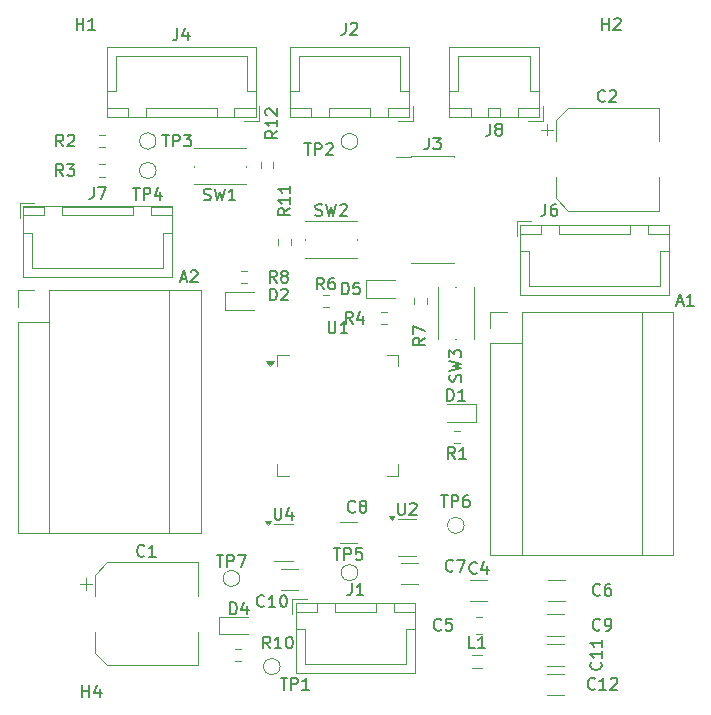
<source format=gbr>
%TF.GenerationSoftware,KiCad,Pcbnew,9.0.1*%
%TF.CreationDate,2025-05-19T14:00:56+02:00*%
%TF.ProjectId,1A_S6_Projet,31415f53-365f-4507-926f-6a65742e6b69,rev?*%
%TF.SameCoordinates,Original*%
%TF.FileFunction,Legend,Top*%
%TF.FilePolarity,Positive*%
%FSLAX46Y46*%
G04 Gerber Fmt 4.6, Leading zero omitted, Abs format (unit mm)*
G04 Created by KiCad (PCBNEW 9.0.1) date 2025-05-19 14:00:56*
%MOMM*%
%LPD*%
G01*
G04 APERTURE LIST*
%ADD10C,0.150000*%
%ADD11C,0.120000*%
G04 APERTURE END LIST*
D10*
X161850833Y-105549580D02*
X161803214Y-105597200D01*
X161803214Y-105597200D02*
X161660357Y-105644819D01*
X161660357Y-105644819D02*
X161565119Y-105644819D01*
X161565119Y-105644819D02*
X161422262Y-105597200D01*
X161422262Y-105597200D02*
X161327024Y-105501961D01*
X161327024Y-105501961D02*
X161279405Y-105406723D01*
X161279405Y-105406723D02*
X161231786Y-105216247D01*
X161231786Y-105216247D02*
X161231786Y-105073390D01*
X161231786Y-105073390D02*
X161279405Y-104882914D01*
X161279405Y-104882914D02*
X161327024Y-104787676D01*
X161327024Y-104787676D02*
X161422262Y-104692438D01*
X161422262Y-104692438D02*
X161565119Y-104644819D01*
X161565119Y-104644819D02*
X161660357Y-104644819D01*
X161660357Y-104644819D02*
X161803214Y-104692438D01*
X161803214Y-104692438D02*
X161850833Y-104740057D01*
X162707976Y-104978152D02*
X162707976Y-105644819D01*
X162469881Y-104597200D02*
X162231786Y-105311485D01*
X162231786Y-105311485D02*
X162850833Y-105311485D01*
X157796666Y-68709819D02*
X157796666Y-69424104D01*
X157796666Y-69424104D02*
X157749047Y-69566961D01*
X157749047Y-69566961D02*
X157653809Y-69662200D01*
X157653809Y-69662200D02*
X157510952Y-69709819D01*
X157510952Y-69709819D02*
X157415714Y-69709819D01*
X158177619Y-68709819D02*
X158796666Y-68709819D01*
X158796666Y-68709819D02*
X158463333Y-69090771D01*
X158463333Y-69090771D02*
X158606190Y-69090771D01*
X158606190Y-69090771D02*
X158701428Y-69138390D01*
X158701428Y-69138390D02*
X158749047Y-69186009D01*
X158749047Y-69186009D02*
X158796666Y-69281247D01*
X158796666Y-69281247D02*
X158796666Y-69519342D01*
X158796666Y-69519342D02*
X158749047Y-69614580D01*
X158749047Y-69614580D02*
X158701428Y-69662200D01*
X158701428Y-69662200D02*
X158606190Y-69709819D01*
X158606190Y-69709819D02*
X158320476Y-69709819D01*
X158320476Y-69709819D02*
X158225238Y-69662200D01*
X158225238Y-69662200D02*
X158177619Y-69614580D01*
X147238095Y-69194819D02*
X147809523Y-69194819D01*
X147523809Y-70194819D02*
X147523809Y-69194819D01*
X148142857Y-70194819D02*
X148142857Y-69194819D01*
X148142857Y-69194819D02*
X148523809Y-69194819D01*
X148523809Y-69194819D02*
X148619047Y-69242438D01*
X148619047Y-69242438D02*
X148666666Y-69290057D01*
X148666666Y-69290057D02*
X148714285Y-69385295D01*
X148714285Y-69385295D02*
X148714285Y-69528152D01*
X148714285Y-69528152D02*
X148666666Y-69623390D01*
X148666666Y-69623390D02*
X148619047Y-69671009D01*
X148619047Y-69671009D02*
X148523809Y-69718628D01*
X148523809Y-69718628D02*
X148142857Y-69718628D01*
X149095238Y-69290057D02*
X149142857Y-69242438D01*
X149142857Y-69242438D02*
X149238095Y-69194819D01*
X149238095Y-69194819D02*
X149476190Y-69194819D01*
X149476190Y-69194819D02*
X149571428Y-69242438D01*
X149571428Y-69242438D02*
X149619047Y-69290057D01*
X149619047Y-69290057D02*
X149666666Y-69385295D01*
X149666666Y-69385295D02*
X149666666Y-69480533D01*
X149666666Y-69480533D02*
X149619047Y-69623390D01*
X149619047Y-69623390D02*
X149047619Y-70194819D01*
X149047619Y-70194819D02*
X149666666Y-70194819D01*
X171857142Y-115359580D02*
X171809523Y-115407200D01*
X171809523Y-115407200D02*
X171666666Y-115454819D01*
X171666666Y-115454819D02*
X171571428Y-115454819D01*
X171571428Y-115454819D02*
X171428571Y-115407200D01*
X171428571Y-115407200D02*
X171333333Y-115311961D01*
X171333333Y-115311961D02*
X171285714Y-115216723D01*
X171285714Y-115216723D02*
X171238095Y-115026247D01*
X171238095Y-115026247D02*
X171238095Y-114883390D01*
X171238095Y-114883390D02*
X171285714Y-114692914D01*
X171285714Y-114692914D02*
X171333333Y-114597676D01*
X171333333Y-114597676D02*
X171428571Y-114502438D01*
X171428571Y-114502438D02*
X171571428Y-114454819D01*
X171571428Y-114454819D02*
X171666666Y-114454819D01*
X171666666Y-114454819D02*
X171809523Y-114502438D01*
X171809523Y-114502438D02*
X171857142Y-114550057D01*
X172809523Y-115454819D02*
X172238095Y-115454819D01*
X172523809Y-115454819D02*
X172523809Y-114454819D01*
X172523809Y-114454819D02*
X172428571Y-114597676D01*
X172428571Y-114597676D02*
X172333333Y-114692914D01*
X172333333Y-114692914D02*
X172238095Y-114740533D01*
X173190476Y-114550057D02*
X173238095Y-114502438D01*
X173238095Y-114502438D02*
X173333333Y-114454819D01*
X173333333Y-114454819D02*
X173571428Y-114454819D01*
X173571428Y-114454819D02*
X173666666Y-114502438D01*
X173666666Y-114502438D02*
X173714285Y-114550057D01*
X173714285Y-114550057D02*
X173761904Y-114645295D01*
X173761904Y-114645295D02*
X173761904Y-114740533D01*
X173761904Y-114740533D02*
X173714285Y-114883390D01*
X173714285Y-114883390D02*
X173142857Y-115454819D01*
X173142857Y-115454819D02*
X173761904Y-115454819D01*
X155180595Y-99644819D02*
X155180595Y-100454342D01*
X155180595Y-100454342D02*
X155228214Y-100549580D01*
X155228214Y-100549580D02*
X155275833Y-100597200D01*
X155275833Y-100597200D02*
X155371071Y-100644819D01*
X155371071Y-100644819D02*
X155561547Y-100644819D01*
X155561547Y-100644819D02*
X155656785Y-100597200D01*
X155656785Y-100597200D02*
X155704404Y-100549580D01*
X155704404Y-100549580D02*
X155752023Y-100454342D01*
X155752023Y-100454342D02*
X155752023Y-99644819D01*
X156180595Y-99740057D02*
X156228214Y-99692438D01*
X156228214Y-99692438D02*
X156323452Y-99644819D01*
X156323452Y-99644819D02*
X156561547Y-99644819D01*
X156561547Y-99644819D02*
X156656785Y-99692438D01*
X156656785Y-99692438D02*
X156704404Y-99740057D01*
X156704404Y-99740057D02*
X156752023Y-99835295D01*
X156752023Y-99835295D02*
X156752023Y-99930533D01*
X156752023Y-99930533D02*
X156704404Y-100073390D01*
X156704404Y-100073390D02*
X156132976Y-100644819D01*
X156132976Y-100644819D02*
X156752023Y-100644819D01*
X148913333Y-81564819D02*
X148580000Y-81088628D01*
X148341905Y-81564819D02*
X148341905Y-80564819D01*
X148341905Y-80564819D02*
X148722857Y-80564819D01*
X148722857Y-80564819D02*
X148818095Y-80612438D01*
X148818095Y-80612438D02*
X148865714Y-80660057D01*
X148865714Y-80660057D02*
X148913333Y-80755295D01*
X148913333Y-80755295D02*
X148913333Y-80898152D01*
X148913333Y-80898152D02*
X148865714Y-80993390D01*
X148865714Y-80993390D02*
X148818095Y-81041009D01*
X148818095Y-81041009D02*
X148722857Y-81088628D01*
X148722857Y-81088628D02*
X148341905Y-81088628D01*
X149770476Y-80564819D02*
X149580000Y-80564819D01*
X149580000Y-80564819D02*
X149484762Y-80612438D01*
X149484762Y-80612438D02*
X149437143Y-80660057D01*
X149437143Y-80660057D02*
X149341905Y-80802914D01*
X149341905Y-80802914D02*
X149294286Y-80993390D01*
X149294286Y-80993390D02*
X149294286Y-81374342D01*
X149294286Y-81374342D02*
X149341905Y-81469580D01*
X149341905Y-81469580D02*
X149389524Y-81517200D01*
X149389524Y-81517200D02*
X149484762Y-81564819D01*
X149484762Y-81564819D02*
X149675238Y-81564819D01*
X149675238Y-81564819D02*
X149770476Y-81517200D01*
X149770476Y-81517200D02*
X149818095Y-81469580D01*
X149818095Y-81469580D02*
X149865714Y-81374342D01*
X149865714Y-81374342D02*
X149865714Y-81136247D01*
X149865714Y-81136247D02*
X149818095Y-81041009D01*
X149818095Y-81041009D02*
X149770476Y-80993390D01*
X149770476Y-80993390D02*
X149675238Y-80945771D01*
X149675238Y-80945771D02*
X149484762Y-80945771D01*
X149484762Y-80945771D02*
X149389524Y-80993390D01*
X149389524Y-80993390D02*
X149341905Y-81041009D01*
X149341905Y-81041009D02*
X149294286Y-81136247D01*
X138746667Y-73984700D02*
X138889524Y-74032319D01*
X138889524Y-74032319D02*
X139127619Y-74032319D01*
X139127619Y-74032319D02*
X139222857Y-73984700D01*
X139222857Y-73984700D02*
X139270476Y-73937080D01*
X139270476Y-73937080D02*
X139318095Y-73841842D01*
X139318095Y-73841842D02*
X139318095Y-73746604D01*
X139318095Y-73746604D02*
X139270476Y-73651366D01*
X139270476Y-73651366D02*
X139222857Y-73603747D01*
X139222857Y-73603747D02*
X139127619Y-73556128D01*
X139127619Y-73556128D02*
X138937143Y-73508509D01*
X138937143Y-73508509D02*
X138841905Y-73460890D01*
X138841905Y-73460890D02*
X138794286Y-73413271D01*
X138794286Y-73413271D02*
X138746667Y-73318033D01*
X138746667Y-73318033D02*
X138746667Y-73222795D01*
X138746667Y-73222795D02*
X138794286Y-73127557D01*
X138794286Y-73127557D02*
X138841905Y-73079938D01*
X138841905Y-73079938D02*
X138937143Y-73032319D01*
X138937143Y-73032319D02*
X139175238Y-73032319D01*
X139175238Y-73032319D02*
X139318095Y-73079938D01*
X139651429Y-73032319D02*
X139889524Y-74032319D01*
X139889524Y-74032319D02*
X140080000Y-73318033D01*
X140080000Y-73318033D02*
X140270476Y-74032319D01*
X140270476Y-74032319D02*
X140508572Y-73032319D01*
X141413333Y-74032319D02*
X140841905Y-74032319D01*
X141127619Y-74032319D02*
X141127619Y-73032319D01*
X141127619Y-73032319D02*
X141032381Y-73175176D01*
X141032381Y-73175176D02*
X140937143Y-73270414D01*
X140937143Y-73270414D02*
X140841905Y-73318033D01*
X144357142Y-111954819D02*
X144023809Y-111478628D01*
X143785714Y-111954819D02*
X143785714Y-110954819D01*
X143785714Y-110954819D02*
X144166666Y-110954819D01*
X144166666Y-110954819D02*
X144261904Y-111002438D01*
X144261904Y-111002438D02*
X144309523Y-111050057D01*
X144309523Y-111050057D02*
X144357142Y-111145295D01*
X144357142Y-111145295D02*
X144357142Y-111288152D01*
X144357142Y-111288152D02*
X144309523Y-111383390D01*
X144309523Y-111383390D02*
X144261904Y-111431009D01*
X144261904Y-111431009D02*
X144166666Y-111478628D01*
X144166666Y-111478628D02*
X143785714Y-111478628D01*
X145309523Y-111954819D02*
X144738095Y-111954819D01*
X145023809Y-111954819D02*
X145023809Y-110954819D01*
X145023809Y-110954819D02*
X144928571Y-111097676D01*
X144928571Y-111097676D02*
X144833333Y-111192914D01*
X144833333Y-111192914D02*
X144738095Y-111240533D01*
X145928571Y-110954819D02*
X146023809Y-110954819D01*
X146023809Y-110954819D02*
X146119047Y-111002438D01*
X146119047Y-111002438D02*
X146166666Y-111050057D01*
X146166666Y-111050057D02*
X146214285Y-111145295D01*
X146214285Y-111145295D02*
X146261904Y-111335771D01*
X146261904Y-111335771D02*
X146261904Y-111573866D01*
X146261904Y-111573866D02*
X146214285Y-111764342D01*
X146214285Y-111764342D02*
X146166666Y-111859580D01*
X146166666Y-111859580D02*
X146119047Y-111907200D01*
X146119047Y-111907200D02*
X146023809Y-111954819D01*
X146023809Y-111954819D02*
X145928571Y-111954819D01*
X145928571Y-111954819D02*
X145833333Y-111907200D01*
X145833333Y-111907200D02*
X145785714Y-111859580D01*
X145785714Y-111859580D02*
X145738095Y-111764342D01*
X145738095Y-111764342D02*
X145690476Y-111573866D01*
X145690476Y-111573866D02*
X145690476Y-111335771D01*
X145690476Y-111335771D02*
X145738095Y-111145295D01*
X145738095Y-111145295D02*
X145785714Y-111050057D01*
X145785714Y-111050057D02*
X145833333Y-111002438D01*
X145833333Y-111002438D02*
X145928571Y-110954819D01*
X149738095Y-103454819D02*
X150309523Y-103454819D01*
X150023809Y-104454819D02*
X150023809Y-103454819D01*
X150642857Y-104454819D02*
X150642857Y-103454819D01*
X150642857Y-103454819D02*
X151023809Y-103454819D01*
X151023809Y-103454819D02*
X151119047Y-103502438D01*
X151119047Y-103502438D02*
X151166666Y-103550057D01*
X151166666Y-103550057D02*
X151214285Y-103645295D01*
X151214285Y-103645295D02*
X151214285Y-103788152D01*
X151214285Y-103788152D02*
X151166666Y-103883390D01*
X151166666Y-103883390D02*
X151119047Y-103931009D01*
X151119047Y-103931009D02*
X151023809Y-103978628D01*
X151023809Y-103978628D02*
X150642857Y-103978628D01*
X152119047Y-103454819D02*
X151642857Y-103454819D01*
X151642857Y-103454819D02*
X151595238Y-103931009D01*
X151595238Y-103931009D02*
X151642857Y-103883390D01*
X151642857Y-103883390D02*
X151738095Y-103835771D01*
X151738095Y-103835771D02*
X151976190Y-103835771D01*
X151976190Y-103835771D02*
X152071428Y-103883390D01*
X152071428Y-103883390D02*
X152119047Y-103931009D01*
X152119047Y-103931009D02*
X152166666Y-104026247D01*
X152166666Y-104026247D02*
X152166666Y-104264342D01*
X152166666Y-104264342D02*
X152119047Y-104359580D01*
X152119047Y-104359580D02*
X152071428Y-104407200D01*
X152071428Y-104407200D02*
X151976190Y-104454819D01*
X151976190Y-104454819D02*
X151738095Y-104454819D01*
X151738095Y-104454819D02*
X151642857Y-104407200D01*
X151642857Y-104407200D02*
X151595238Y-104359580D01*
X132738095Y-72954819D02*
X133309523Y-72954819D01*
X133023809Y-73954819D02*
X133023809Y-72954819D01*
X133642857Y-73954819D02*
X133642857Y-72954819D01*
X133642857Y-72954819D02*
X134023809Y-72954819D01*
X134023809Y-72954819D02*
X134119047Y-73002438D01*
X134119047Y-73002438D02*
X134166666Y-73050057D01*
X134166666Y-73050057D02*
X134214285Y-73145295D01*
X134214285Y-73145295D02*
X134214285Y-73288152D01*
X134214285Y-73288152D02*
X134166666Y-73383390D01*
X134166666Y-73383390D02*
X134119047Y-73431009D01*
X134119047Y-73431009D02*
X134023809Y-73478628D01*
X134023809Y-73478628D02*
X133642857Y-73478628D01*
X135071428Y-73288152D02*
X135071428Y-73954819D01*
X134833333Y-72907200D02*
X134595238Y-73621485D01*
X134595238Y-73621485D02*
X135214285Y-73621485D01*
X158818095Y-98994819D02*
X159389523Y-98994819D01*
X159103809Y-99994819D02*
X159103809Y-98994819D01*
X159722857Y-99994819D02*
X159722857Y-98994819D01*
X159722857Y-98994819D02*
X160103809Y-98994819D01*
X160103809Y-98994819D02*
X160199047Y-99042438D01*
X160199047Y-99042438D02*
X160246666Y-99090057D01*
X160246666Y-99090057D02*
X160294285Y-99185295D01*
X160294285Y-99185295D02*
X160294285Y-99328152D01*
X160294285Y-99328152D02*
X160246666Y-99423390D01*
X160246666Y-99423390D02*
X160199047Y-99471009D01*
X160199047Y-99471009D02*
X160103809Y-99518628D01*
X160103809Y-99518628D02*
X159722857Y-99518628D01*
X161151428Y-98994819D02*
X160960952Y-98994819D01*
X160960952Y-98994819D02*
X160865714Y-99042438D01*
X160865714Y-99042438D02*
X160818095Y-99090057D01*
X160818095Y-99090057D02*
X160722857Y-99232914D01*
X160722857Y-99232914D02*
X160675238Y-99423390D01*
X160675238Y-99423390D02*
X160675238Y-99804342D01*
X160675238Y-99804342D02*
X160722857Y-99899580D01*
X160722857Y-99899580D02*
X160770476Y-99947200D01*
X160770476Y-99947200D02*
X160865714Y-99994819D01*
X160865714Y-99994819D02*
X161056190Y-99994819D01*
X161056190Y-99994819D02*
X161151428Y-99947200D01*
X161151428Y-99947200D02*
X161199047Y-99899580D01*
X161199047Y-99899580D02*
X161246666Y-99804342D01*
X161246666Y-99804342D02*
X161246666Y-99566247D01*
X161246666Y-99566247D02*
X161199047Y-99471009D01*
X161199047Y-99471009D02*
X161151428Y-99423390D01*
X161151428Y-99423390D02*
X161056190Y-99375771D01*
X161056190Y-99375771D02*
X160865714Y-99375771D01*
X160865714Y-99375771D02*
X160770476Y-99423390D01*
X160770476Y-99423390D02*
X160722857Y-99471009D01*
X160722857Y-99471009D02*
X160675238Y-99566247D01*
X146034819Y-74695357D02*
X145558628Y-75028690D01*
X146034819Y-75266785D02*
X145034819Y-75266785D01*
X145034819Y-75266785D02*
X145034819Y-74885833D01*
X145034819Y-74885833D02*
X145082438Y-74790595D01*
X145082438Y-74790595D02*
X145130057Y-74742976D01*
X145130057Y-74742976D02*
X145225295Y-74695357D01*
X145225295Y-74695357D02*
X145368152Y-74695357D01*
X145368152Y-74695357D02*
X145463390Y-74742976D01*
X145463390Y-74742976D02*
X145511009Y-74790595D01*
X145511009Y-74790595D02*
X145558628Y-74885833D01*
X145558628Y-74885833D02*
X145558628Y-75266785D01*
X146034819Y-73742976D02*
X146034819Y-74314404D01*
X146034819Y-74028690D02*
X145034819Y-74028690D01*
X145034819Y-74028690D02*
X145177676Y-74123928D01*
X145177676Y-74123928D02*
X145272914Y-74219166D01*
X145272914Y-74219166D02*
X145320533Y-74314404D01*
X146034819Y-72790595D02*
X146034819Y-73362023D01*
X146034819Y-73076309D02*
X145034819Y-73076309D01*
X145034819Y-73076309D02*
X145177676Y-73171547D01*
X145177676Y-73171547D02*
X145272914Y-73266785D01*
X145272914Y-73266785D02*
X145320533Y-73362023D01*
X148196667Y-75297200D02*
X148339524Y-75344819D01*
X148339524Y-75344819D02*
X148577619Y-75344819D01*
X148577619Y-75344819D02*
X148672857Y-75297200D01*
X148672857Y-75297200D02*
X148720476Y-75249580D01*
X148720476Y-75249580D02*
X148768095Y-75154342D01*
X148768095Y-75154342D02*
X148768095Y-75059104D01*
X148768095Y-75059104D02*
X148720476Y-74963866D01*
X148720476Y-74963866D02*
X148672857Y-74916247D01*
X148672857Y-74916247D02*
X148577619Y-74868628D01*
X148577619Y-74868628D02*
X148387143Y-74821009D01*
X148387143Y-74821009D02*
X148291905Y-74773390D01*
X148291905Y-74773390D02*
X148244286Y-74725771D01*
X148244286Y-74725771D02*
X148196667Y-74630533D01*
X148196667Y-74630533D02*
X148196667Y-74535295D01*
X148196667Y-74535295D02*
X148244286Y-74440057D01*
X148244286Y-74440057D02*
X148291905Y-74392438D01*
X148291905Y-74392438D02*
X148387143Y-74344819D01*
X148387143Y-74344819D02*
X148625238Y-74344819D01*
X148625238Y-74344819D02*
X148768095Y-74392438D01*
X149101429Y-74344819D02*
X149339524Y-75344819D01*
X149339524Y-75344819D02*
X149530000Y-74630533D01*
X149530000Y-74630533D02*
X149720476Y-75344819D01*
X149720476Y-75344819D02*
X149958572Y-74344819D01*
X150291905Y-74440057D02*
X150339524Y-74392438D01*
X150339524Y-74392438D02*
X150434762Y-74344819D01*
X150434762Y-74344819D02*
X150672857Y-74344819D01*
X150672857Y-74344819D02*
X150768095Y-74392438D01*
X150768095Y-74392438D02*
X150815714Y-74440057D01*
X150815714Y-74440057D02*
X150863333Y-74535295D01*
X150863333Y-74535295D02*
X150863333Y-74630533D01*
X150863333Y-74630533D02*
X150815714Y-74773390D01*
X150815714Y-74773390D02*
X150244286Y-75344819D01*
X150244286Y-75344819D02*
X150863333Y-75344819D01*
X136496666Y-59454819D02*
X136496666Y-60169104D01*
X136496666Y-60169104D02*
X136449047Y-60311961D01*
X136449047Y-60311961D02*
X136353809Y-60407200D01*
X136353809Y-60407200D02*
X136210952Y-60454819D01*
X136210952Y-60454819D02*
X136115714Y-60454819D01*
X137401428Y-59788152D02*
X137401428Y-60454819D01*
X137163333Y-59407200D02*
X136925238Y-60121485D01*
X136925238Y-60121485D02*
X137544285Y-60121485D01*
X143857142Y-108359580D02*
X143809523Y-108407200D01*
X143809523Y-108407200D02*
X143666666Y-108454819D01*
X143666666Y-108454819D02*
X143571428Y-108454819D01*
X143571428Y-108454819D02*
X143428571Y-108407200D01*
X143428571Y-108407200D02*
X143333333Y-108311961D01*
X143333333Y-108311961D02*
X143285714Y-108216723D01*
X143285714Y-108216723D02*
X143238095Y-108026247D01*
X143238095Y-108026247D02*
X143238095Y-107883390D01*
X143238095Y-107883390D02*
X143285714Y-107692914D01*
X143285714Y-107692914D02*
X143333333Y-107597676D01*
X143333333Y-107597676D02*
X143428571Y-107502438D01*
X143428571Y-107502438D02*
X143571428Y-107454819D01*
X143571428Y-107454819D02*
X143666666Y-107454819D01*
X143666666Y-107454819D02*
X143809523Y-107502438D01*
X143809523Y-107502438D02*
X143857142Y-107550057D01*
X144809523Y-108454819D02*
X144238095Y-108454819D01*
X144523809Y-108454819D02*
X144523809Y-107454819D01*
X144523809Y-107454819D02*
X144428571Y-107597676D01*
X144428571Y-107597676D02*
X144333333Y-107692914D01*
X144333333Y-107692914D02*
X144238095Y-107740533D01*
X145428571Y-107454819D02*
X145523809Y-107454819D01*
X145523809Y-107454819D02*
X145619047Y-107502438D01*
X145619047Y-107502438D02*
X145666666Y-107550057D01*
X145666666Y-107550057D02*
X145714285Y-107645295D01*
X145714285Y-107645295D02*
X145761904Y-107835771D01*
X145761904Y-107835771D02*
X145761904Y-108073866D01*
X145761904Y-108073866D02*
X145714285Y-108264342D01*
X145714285Y-108264342D02*
X145666666Y-108359580D01*
X145666666Y-108359580D02*
X145619047Y-108407200D01*
X145619047Y-108407200D02*
X145523809Y-108454819D01*
X145523809Y-108454819D02*
X145428571Y-108454819D01*
X145428571Y-108454819D02*
X145333333Y-108407200D01*
X145333333Y-108407200D02*
X145285714Y-108359580D01*
X145285714Y-108359580D02*
X145238095Y-108264342D01*
X145238095Y-108264342D02*
X145190476Y-108073866D01*
X145190476Y-108073866D02*
X145190476Y-107835771D01*
X145190476Y-107835771D02*
X145238095Y-107645295D01*
X145238095Y-107645295D02*
X145285714Y-107550057D01*
X145285714Y-107550057D02*
X145333333Y-107502438D01*
X145333333Y-107502438D02*
X145428571Y-107454819D01*
X145238095Y-114454819D02*
X145809523Y-114454819D01*
X145523809Y-115454819D02*
X145523809Y-114454819D01*
X146142857Y-115454819D02*
X146142857Y-114454819D01*
X146142857Y-114454819D02*
X146523809Y-114454819D01*
X146523809Y-114454819D02*
X146619047Y-114502438D01*
X146619047Y-114502438D02*
X146666666Y-114550057D01*
X146666666Y-114550057D02*
X146714285Y-114645295D01*
X146714285Y-114645295D02*
X146714285Y-114788152D01*
X146714285Y-114788152D02*
X146666666Y-114883390D01*
X146666666Y-114883390D02*
X146619047Y-114931009D01*
X146619047Y-114931009D02*
X146523809Y-114978628D01*
X146523809Y-114978628D02*
X146142857Y-114978628D01*
X147666666Y-115454819D02*
X147095238Y-115454819D01*
X147380952Y-115454819D02*
X147380952Y-114454819D01*
X147380952Y-114454819D02*
X147285714Y-114597676D01*
X147285714Y-114597676D02*
X147190476Y-114692914D01*
X147190476Y-114692914D02*
X147095238Y-114740533D01*
X126833333Y-69454819D02*
X126500000Y-68978628D01*
X126261905Y-69454819D02*
X126261905Y-68454819D01*
X126261905Y-68454819D02*
X126642857Y-68454819D01*
X126642857Y-68454819D02*
X126738095Y-68502438D01*
X126738095Y-68502438D02*
X126785714Y-68550057D01*
X126785714Y-68550057D02*
X126833333Y-68645295D01*
X126833333Y-68645295D02*
X126833333Y-68788152D01*
X126833333Y-68788152D02*
X126785714Y-68883390D01*
X126785714Y-68883390D02*
X126738095Y-68931009D01*
X126738095Y-68931009D02*
X126642857Y-68978628D01*
X126642857Y-68978628D02*
X126261905Y-68978628D01*
X127214286Y-68550057D02*
X127261905Y-68502438D01*
X127261905Y-68502438D02*
X127357143Y-68454819D01*
X127357143Y-68454819D02*
X127595238Y-68454819D01*
X127595238Y-68454819D02*
X127690476Y-68502438D01*
X127690476Y-68502438D02*
X127738095Y-68550057D01*
X127738095Y-68550057D02*
X127785714Y-68645295D01*
X127785714Y-68645295D02*
X127785714Y-68740533D01*
X127785714Y-68740533D02*
X127738095Y-68883390D01*
X127738095Y-68883390D02*
X127166667Y-69454819D01*
X127166667Y-69454819D02*
X127785714Y-69454819D01*
X150441905Y-81994819D02*
X150441905Y-80994819D01*
X150441905Y-80994819D02*
X150680000Y-80994819D01*
X150680000Y-80994819D02*
X150822857Y-81042438D01*
X150822857Y-81042438D02*
X150918095Y-81137676D01*
X150918095Y-81137676D02*
X150965714Y-81232914D01*
X150965714Y-81232914D02*
X151013333Y-81423390D01*
X151013333Y-81423390D02*
X151013333Y-81566247D01*
X151013333Y-81566247D02*
X150965714Y-81756723D01*
X150965714Y-81756723D02*
X150918095Y-81851961D01*
X150918095Y-81851961D02*
X150822857Y-81947200D01*
X150822857Y-81947200D02*
X150680000Y-81994819D01*
X150680000Y-81994819D02*
X150441905Y-81994819D01*
X151918095Y-80994819D02*
X151441905Y-80994819D01*
X151441905Y-80994819D02*
X151394286Y-81471009D01*
X151394286Y-81471009D02*
X151441905Y-81423390D01*
X151441905Y-81423390D02*
X151537143Y-81375771D01*
X151537143Y-81375771D02*
X151775238Y-81375771D01*
X151775238Y-81375771D02*
X151870476Y-81423390D01*
X151870476Y-81423390D02*
X151918095Y-81471009D01*
X151918095Y-81471009D02*
X151965714Y-81566247D01*
X151965714Y-81566247D02*
X151965714Y-81804342D01*
X151965714Y-81804342D02*
X151918095Y-81899580D01*
X151918095Y-81899580D02*
X151870476Y-81947200D01*
X151870476Y-81947200D02*
X151775238Y-81994819D01*
X151775238Y-81994819D02*
X151537143Y-81994819D01*
X151537143Y-81994819D02*
X151441905Y-81947200D01*
X151441905Y-81947200D02*
X151394286Y-81899580D01*
X133713333Y-104099580D02*
X133665714Y-104147200D01*
X133665714Y-104147200D02*
X133522857Y-104194819D01*
X133522857Y-104194819D02*
X133427619Y-104194819D01*
X133427619Y-104194819D02*
X133284762Y-104147200D01*
X133284762Y-104147200D02*
X133189524Y-104051961D01*
X133189524Y-104051961D02*
X133141905Y-103956723D01*
X133141905Y-103956723D02*
X133094286Y-103766247D01*
X133094286Y-103766247D02*
X133094286Y-103623390D01*
X133094286Y-103623390D02*
X133141905Y-103432914D01*
X133141905Y-103432914D02*
X133189524Y-103337676D01*
X133189524Y-103337676D02*
X133284762Y-103242438D01*
X133284762Y-103242438D02*
X133427619Y-103194819D01*
X133427619Y-103194819D02*
X133522857Y-103194819D01*
X133522857Y-103194819D02*
X133665714Y-103242438D01*
X133665714Y-103242438D02*
X133713333Y-103290057D01*
X134665714Y-104194819D02*
X134094286Y-104194819D01*
X134380000Y-104194819D02*
X134380000Y-103194819D01*
X134380000Y-103194819D02*
X134284762Y-103337676D01*
X134284762Y-103337676D02*
X134189524Y-103432914D01*
X134189524Y-103432914D02*
X134094286Y-103480533D01*
X158833333Y-110359580D02*
X158785714Y-110407200D01*
X158785714Y-110407200D02*
X158642857Y-110454819D01*
X158642857Y-110454819D02*
X158547619Y-110454819D01*
X158547619Y-110454819D02*
X158404762Y-110407200D01*
X158404762Y-110407200D02*
X158309524Y-110311961D01*
X158309524Y-110311961D02*
X158261905Y-110216723D01*
X158261905Y-110216723D02*
X158214286Y-110026247D01*
X158214286Y-110026247D02*
X158214286Y-109883390D01*
X158214286Y-109883390D02*
X158261905Y-109692914D01*
X158261905Y-109692914D02*
X158309524Y-109597676D01*
X158309524Y-109597676D02*
X158404762Y-109502438D01*
X158404762Y-109502438D02*
X158547619Y-109454819D01*
X158547619Y-109454819D02*
X158642857Y-109454819D01*
X158642857Y-109454819D02*
X158785714Y-109502438D01*
X158785714Y-109502438D02*
X158833333Y-109550057D01*
X159738095Y-109454819D02*
X159261905Y-109454819D01*
X159261905Y-109454819D02*
X159214286Y-109931009D01*
X159214286Y-109931009D02*
X159261905Y-109883390D01*
X159261905Y-109883390D02*
X159357143Y-109835771D01*
X159357143Y-109835771D02*
X159595238Y-109835771D01*
X159595238Y-109835771D02*
X159690476Y-109883390D01*
X159690476Y-109883390D02*
X159738095Y-109931009D01*
X159738095Y-109931009D02*
X159785714Y-110026247D01*
X159785714Y-110026247D02*
X159785714Y-110264342D01*
X159785714Y-110264342D02*
X159738095Y-110359580D01*
X159738095Y-110359580D02*
X159690476Y-110407200D01*
X159690476Y-110407200D02*
X159595238Y-110454819D01*
X159595238Y-110454819D02*
X159357143Y-110454819D01*
X159357143Y-110454819D02*
X159261905Y-110407200D01*
X159261905Y-110407200D02*
X159214286Y-110359580D01*
X144913333Y-80994819D02*
X144580000Y-80518628D01*
X144341905Y-80994819D02*
X144341905Y-79994819D01*
X144341905Y-79994819D02*
X144722857Y-79994819D01*
X144722857Y-79994819D02*
X144818095Y-80042438D01*
X144818095Y-80042438D02*
X144865714Y-80090057D01*
X144865714Y-80090057D02*
X144913333Y-80185295D01*
X144913333Y-80185295D02*
X144913333Y-80328152D01*
X144913333Y-80328152D02*
X144865714Y-80423390D01*
X144865714Y-80423390D02*
X144818095Y-80471009D01*
X144818095Y-80471009D02*
X144722857Y-80518628D01*
X144722857Y-80518628D02*
X144341905Y-80518628D01*
X145484762Y-80423390D02*
X145389524Y-80375771D01*
X145389524Y-80375771D02*
X145341905Y-80328152D01*
X145341905Y-80328152D02*
X145294286Y-80232914D01*
X145294286Y-80232914D02*
X145294286Y-80185295D01*
X145294286Y-80185295D02*
X145341905Y-80090057D01*
X145341905Y-80090057D02*
X145389524Y-80042438D01*
X145389524Y-80042438D02*
X145484762Y-79994819D01*
X145484762Y-79994819D02*
X145675238Y-79994819D01*
X145675238Y-79994819D02*
X145770476Y-80042438D01*
X145770476Y-80042438D02*
X145818095Y-80090057D01*
X145818095Y-80090057D02*
X145865714Y-80185295D01*
X145865714Y-80185295D02*
X145865714Y-80232914D01*
X145865714Y-80232914D02*
X145818095Y-80328152D01*
X145818095Y-80328152D02*
X145770476Y-80375771D01*
X145770476Y-80375771D02*
X145675238Y-80423390D01*
X145675238Y-80423390D02*
X145484762Y-80423390D01*
X145484762Y-80423390D02*
X145389524Y-80471009D01*
X145389524Y-80471009D02*
X145341905Y-80518628D01*
X145341905Y-80518628D02*
X145294286Y-80613866D01*
X145294286Y-80613866D02*
X145294286Y-80804342D01*
X145294286Y-80804342D02*
X145341905Y-80899580D01*
X145341905Y-80899580D02*
X145389524Y-80947200D01*
X145389524Y-80947200D02*
X145484762Y-80994819D01*
X145484762Y-80994819D02*
X145675238Y-80994819D01*
X145675238Y-80994819D02*
X145770476Y-80947200D01*
X145770476Y-80947200D02*
X145818095Y-80899580D01*
X145818095Y-80899580D02*
X145865714Y-80804342D01*
X145865714Y-80804342D02*
X145865714Y-80613866D01*
X145865714Y-80613866D02*
X145818095Y-80518628D01*
X145818095Y-80518628D02*
X145770476Y-80471009D01*
X145770476Y-80471009D02*
X145675238Y-80423390D01*
X178785714Y-82669104D02*
X179261904Y-82669104D01*
X178690476Y-82954819D02*
X179023809Y-81954819D01*
X179023809Y-81954819D02*
X179357142Y-82954819D01*
X180214285Y-82954819D02*
X179642857Y-82954819D01*
X179928571Y-82954819D02*
X179928571Y-81954819D01*
X179928571Y-81954819D02*
X179833333Y-82097676D01*
X179833333Y-82097676D02*
X179738095Y-82192914D01*
X179738095Y-82192914D02*
X179642857Y-82240533D01*
X172465626Y-59582319D02*
X172465626Y-58582319D01*
X172465626Y-59058509D02*
X173037054Y-59058509D01*
X173037054Y-59582319D02*
X173037054Y-58582319D01*
X173465626Y-58677557D02*
X173513245Y-58629938D01*
X173513245Y-58629938D02*
X173608483Y-58582319D01*
X173608483Y-58582319D02*
X173846578Y-58582319D01*
X173846578Y-58582319D02*
X173941816Y-58629938D01*
X173941816Y-58629938D02*
X173989435Y-58677557D01*
X173989435Y-58677557D02*
X174037054Y-58772795D01*
X174037054Y-58772795D02*
X174037054Y-58868033D01*
X174037054Y-58868033D02*
X173989435Y-59010890D01*
X173989435Y-59010890D02*
X173418007Y-59582319D01*
X173418007Y-59582319D02*
X174037054Y-59582319D01*
X172359580Y-113142857D02*
X172407200Y-113190476D01*
X172407200Y-113190476D02*
X172454819Y-113333333D01*
X172454819Y-113333333D02*
X172454819Y-113428571D01*
X172454819Y-113428571D02*
X172407200Y-113571428D01*
X172407200Y-113571428D02*
X172311961Y-113666666D01*
X172311961Y-113666666D02*
X172216723Y-113714285D01*
X172216723Y-113714285D02*
X172026247Y-113761904D01*
X172026247Y-113761904D02*
X171883390Y-113761904D01*
X171883390Y-113761904D02*
X171692914Y-113714285D01*
X171692914Y-113714285D02*
X171597676Y-113666666D01*
X171597676Y-113666666D02*
X171502438Y-113571428D01*
X171502438Y-113571428D02*
X171454819Y-113428571D01*
X171454819Y-113428571D02*
X171454819Y-113333333D01*
X171454819Y-113333333D02*
X171502438Y-113190476D01*
X171502438Y-113190476D02*
X171550057Y-113142857D01*
X172454819Y-112190476D02*
X172454819Y-112761904D01*
X172454819Y-112476190D02*
X171454819Y-112476190D01*
X171454819Y-112476190D02*
X171597676Y-112571428D01*
X171597676Y-112571428D02*
X171692914Y-112666666D01*
X171692914Y-112666666D02*
X171740533Y-112761904D01*
X172454819Y-111238095D02*
X172454819Y-111809523D01*
X172454819Y-111523809D02*
X171454819Y-111523809D01*
X171454819Y-111523809D02*
X171597676Y-111619047D01*
X171597676Y-111619047D02*
X171692914Y-111714285D01*
X171692914Y-111714285D02*
X171740533Y-111809523D01*
X127965626Y-59582319D02*
X127965626Y-58582319D01*
X127965626Y-59058509D02*
X128537054Y-59058509D01*
X128537054Y-59582319D02*
X128537054Y-58582319D01*
X129537054Y-59582319D02*
X128965626Y-59582319D01*
X129251340Y-59582319D02*
X129251340Y-58582319D01*
X129251340Y-58582319D02*
X129156102Y-58725176D01*
X129156102Y-58725176D02*
X129060864Y-58820414D01*
X129060864Y-58820414D02*
X128965626Y-58868033D01*
X161700833Y-111944819D02*
X161224643Y-111944819D01*
X161224643Y-111944819D02*
X161224643Y-110944819D01*
X162557976Y-111944819D02*
X161986548Y-111944819D01*
X162272262Y-111944819D02*
X162272262Y-110944819D01*
X162272262Y-110944819D02*
X162177024Y-111087676D01*
X162177024Y-111087676D02*
X162081786Y-111182914D01*
X162081786Y-111182914D02*
X161986548Y-111230533D01*
X172288333Y-110359580D02*
X172240714Y-110407200D01*
X172240714Y-110407200D02*
X172097857Y-110454819D01*
X172097857Y-110454819D02*
X172002619Y-110454819D01*
X172002619Y-110454819D02*
X171859762Y-110407200D01*
X171859762Y-110407200D02*
X171764524Y-110311961D01*
X171764524Y-110311961D02*
X171716905Y-110216723D01*
X171716905Y-110216723D02*
X171669286Y-110026247D01*
X171669286Y-110026247D02*
X171669286Y-109883390D01*
X171669286Y-109883390D02*
X171716905Y-109692914D01*
X171716905Y-109692914D02*
X171764524Y-109597676D01*
X171764524Y-109597676D02*
X171859762Y-109502438D01*
X171859762Y-109502438D02*
X172002619Y-109454819D01*
X172002619Y-109454819D02*
X172097857Y-109454819D01*
X172097857Y-109454819D02*
X172240714Y-109502438D01*
X172240714Y-109502438D02*
X172288333Y-109550057D01*
X172764524Y-110454819D02*
X172955000Y-110454819D01*
X172955000Y-110454819D02*
X173050238Y-110407200D01*
X173050238Y-110407200D02*
X173097857Y-110359580D01*
X173097857Y-110359580D02*
X173193095Y-110216723D01*
X173193095Y-110216723D02*
X173240714Y-110026247D01*
X173240714Y-110026247D02*
X173240714Y-109645295D01*
X173240714Y-109645295D02*
X173193095Y-109550057D01*
X173193095Y-109550057D02*
X173145476Y-109502438D01*
X173145476Y-109502438D02*
X173050238Y-109454819D01*
X173050238Y-109454819D02*
X172859762Y-109454819D01*
X172859762Y-109454819D02*
X172764524Y-109502438D01*
X172764524Y-109502438D02*
X172716905Y-109550057D01*
X172716905Y-109550057D02*
X172669286Y-109645295D01*
X172669286Y-109645295D02*
X172669286Y-109883390D01*
X172669286Y-109883390D02*
X172716905Y-109978628D01*
X172716905Y-109978628D02*
X172764524Y-110026247D01*
X172764524Y-110026247D02*
X172859762Y-110073866D01*
X172859762Y-110073866D02*
X173050238Y-110073866D01*
X173050238Y-110073866D02*
X173145476Y-110026247D01*
X173145476Y-110026247D02*
X173193095Y-109978628D01*
X173193095Y-109978628D02*
X173240714Y-109883390D01*
X159833333Y-105359580D02*
X159785714Y-105407200D01*
X159785714Y-105407200D02*
X159642857Y-105454819D01*
X159642857Y-105454819D02*
X159547619Y-105454819D01*
X159547619Y-105454819D02*
X159404762Y-105407200D01*
X159404762Y-105407200D02*
X159309524Y-105311961D01*
X159309524Y-105311961D02*
X159261905Y-105216723D01*
X159261905Y-105216723D02*
X159214286Y-105026247D01*
X159214286Y-105026247D02*
X159214286Y-104883390D01*
X159214286Y-104883390D02*
X159261905Y-104692914D01*
X159261905Y-104692914D02*
X159309524Y-104597676D01*
X159309524Y-104597676D02*
X159404762Y-104502438D01*
X159404762Y-104502438D02*
X159547619Y-104454819D01*
X159547619Y-104454819D02*
X159642857Y-104454819D01*
X159642857Y-104454819D02*
X159785714Y-104502438D01*
X159785714Y-104502438D02*
X159833333Y-104550057D01*
X160166667Y-104454819D02*
X160833333Y-104454819D01*
X160833333Y-104454819D02*
X160404762Y-105454819D01*
X150746666Y-58994819D02*
X150746666Y-59709104D01*
X150746666Y-59709104D02*
X150699047Y-59851961D01*
X150699047Y-59851961D02*
X150603809Y-59947200D01*
X150603809Y-59947200D02*
X150460952Y-59994819D01*
X150460952Y-59994819D02*
X150365714Y-59994819D01*
X151175238Y-59090057D02*
X151222857Y-59042438D01*
X151222857Y-59042438D02*
X151318095Y-58994819D01*
X151318095Y-58994819D02*
X151556190Y-58994819D01*
X151556190Y-58994819D02*
X151651428Y-59042438D01*
X151651428Y-59042438D02*
X151699047Y-59090057D01*
X151699047Y-59090057D02*
X151746666Y-59185295D01*
X151746666Y-59185295D02*
X151746666Y-59280533D01*
X151746666Y-59280533D02*
X151699047Y-59423390D01*
X151699047Y-59423390D02*
X151127619Y-59994819D01*
X151127619Y-59994819D02*
X151746666Y-59994819D01*
X136785714Y-80669104D02*
X137261904Y-80669104D01*
X136690476Y-80954819D02*
X137023809Y-79954819D01*
X137023809Y-79954819D02*
X137357142Y-80954819D01*
X137642857Y-80050057D02*
X137690476Y-80002438D01*
X137690476Y-80002438D02*
X137785714Y-79954819D01*
X137785714Y-79954819D02*
X138023809Y-79954819D01*
X138023809Y-79954819D02*
X138119047Y-80002438D01*
X138119047Y-80002438D02*
X138166666Y-80050057D01*
X138166666Y-80050057D02*
X138214285Y-80145295D01*
X138214285Y-80145295D02*
X138214285Y-80240533D01*
X138214285Y-80240533D02*
X138166666Y-80383390D01*
X138166666Y-80383390D02*
X137595238Y-80954819D01*
X137595238Y-80954819D02*
X138214285Y-80954819D01*
X151333333Y-84454819D02*
X151000000Y-83978628D01*
X150761905Y-84454819D02*
X150761905Y-83454819D01*
X150761905Y-83454819D02*
X151142857Y-83454819D01*
X151142857Y-83454819D02*
X151238095Y-83502438D01*
X151238095Y-83502438D02*
X151285714Y-83550057D01*
X151285714Y-83550057D02*
X151333333Y-83645295D01*
X151333333Y-83645295D02*
X151333333Y-83788152D01*
X151333333Y-83788152D02*
X151285714Y-83883390D01*
X151285714Y-83883390D02*
X151238095Y-83931009D01*
X151238095Y-83931009D02*
X151142857Y-83978628D01*
X151142857Y-83978628D02*
X150761905Y-83978628D01*
X152190476Y-83788152D02*
X152190476Y-84454819D01*
X151952381Y-83407200D02*
X151714286Y-84121485D01*
X151714286Y-84121485D02*
X152333333Y-84121485D01*
X126833333Y-71954819D02*
X126500000Y-71478628D01*
X126261905Y-71954819D02*
X126261905Y-70954819D01*
X126261905Y-70954819D02*
X126642857Y-70954819D01*
X126642857Y-70954819D02*
X126738095Y-71002438D01*
X126738095Y-71002438D02*
X126785714Y-71050057D01*
X126785714Y-71050057D02*
X126833333Y-71145295D01*
X126833333Y-71145295D02*
X126833333Y-71288152D01*
X126833333Y-71288152D02*
X126785714Y-71383390D01*
X126785714Y-71383390D02*
X126738095Y-71431009D01*
X126738095Y-71431009D02*
X126642857Y-71478628D01*
X126642857Y-71478628D02*
X126261905Y-71478628D01*
X127166667Y-70954819D02*
X127785714Y-70954819D01*
X127785714Y-70954819D02*
X127452381Y-71335771D01*
X127452381Y-71335771D02*
X127595238Y-71335771D01*
X127595238Y-71335771D02*
X127690476Y-71383390D01*
X127690476Y-71383390D02*
X127738095Y-71431009D01*
X127738095Y-71431009D02*
X127785714Y-71526247D01*
X127785714Y-71526247D02*
X127785714Y-71764342D01*
X127785714Y-71764342D02*
X127738095Y-71859580D01*
X127738095Y-71859580D02*
X127690476Y-71907200D01*
X127690476Y-71907200D02*
X127595238Y-71954819D01*
X127595238Y-71954819D02*
X127309524Y-71954819D01*
X127309524Y-71954819D02*
X127214286Y-71907200D01*
X127214286Y-71907200D02*
X127166667Y-71859580D01*
X144954819Y-68142857D02*
X144478628Y-68476190D01*
X144954819Y-68714285D02*
X143954819Y-68714285D01*
X143954819Y-68714285D02*
X143954819Y-68333333D01*
X143954819Y-68333333D02*
X144002438Y-68238095D01*
X144002438Y-68238095D02*
X144050057Y-68190476D01*
X144050057Y-68190476D02*
X144145295Y-68142857D01*
X144145295Y-68142857D02*
X144288152Y-68142857D01*
X144288152Y-68142857D02*
X144383390Y-68190476D01*
X144383390Y-68190476D02*
X144431009Y-68238095D01*
X144431009Y-68238095D02*
X144478628Y-68333333D01*
X144478628Y-68333333D02*
X144478628Y-68714285D01*
X144954819Y-67190476D02*
X144954819Y-67761904D01*
X144954819Y-67476190D02*
X143954819Y-67476190D01*
X143954819Y-67476190D02*
X144097676Y-67571428D01*
X144097676Y-67571428D02*
X144192914Y-67666666D01*
X144192914Y-67666666D02*
X144240533Y-67761904D01*
X144050057Y-66809523D02*
X144002438Y-66761904D01*
X144002438Y-66761904D02*
X143954819Y-66666666D01*
X143954819Y-66666666D02*
X143954819Y-66428571D01*
X143954819Y-66428571D02*
X144002438Y-66333333D01*
X144002438Y-66333333D02*
X144050057Y-66285714D01*
X144050057Y-66285714D02*
X144145295Y-66238095D01*
X144145295Y-66238095D02*
X144240533Y-66238095D01*
X144240533Y-66238095D02*
X144383390Y-66285714D01*
X144383390Y-66285714D02*
X144954819Y-66857142D01*
X144954819Y-66857142D02*
X144954819Y-66238095D01*
X135238095Y-68456819D02*
X135809523Y-68456819D01*
X135523809Y-69456819D02*
X135523809Y-68456819D01*
X136142857Y-69456819D02*
X136142857Y-68456819D01*
X136142857Y-68456819D02*
X136523809Y-68456819D01*
X136523809Y-68456819D02*
X136619047Y-68504438D01*
X136619047Y-68504438D02*
X136666666Y-68552057D01*
X136666666Y-68552057D02*
X136714285Y-68647295D01*
X136714285Y-68647295D02*
X136714285Y-68790152D01*
X136714285Y-68790152D02*
X136666666Y-68885390D01*
X136666666Y-68885390D02*
X136619047Y-68933009D01*
X136619047Y-68933009D02*
X136523809Y-68980628D01*
X136523809Y-68980628D02*
X136142857Y-68980628D01*
X137047619Y-68456819D02*
X137666666Y-68456819D01*
X137666666Y-68456819D02*
X137333333Y-68837771D01*
X137333333Y-68837771D02*
X137476190Y-68837771D01*
X137476190Y-68837771D02*
X137571428Y-68885390D01*
X137571428Y-68885390D02*
X137619047Y-68933009D01*
X137619047Y-68933009D02*
X137666666Y-69028247D01*
X137666666Y-69028247D02*
X137666666Y-69266342D01*
X137666666Y-69266342D02*
X137619047Y-69361580D01*
X137619047Y-69361580D02*
X137571428Y-69409200D01*
X137571428Y-69409200D02*
X137476190Y-69456819D01*
X137476190Y-69456819D02*
X137190476Y-69456819D01*
X137190476Y-69456819D02*
X137095238Y-69409200D01*
X137095238Y-69409200D02*
X137047619Y-69361580D01*
X172288333Y-107399580D02*
X172240714Y-107447200D01*
X172240714Y-107447200D02*
X172097857Y-107494819D01*
X172097857Y-107494819D02*
X172002619Y-107494819D01*
X172002619Y-107494819D02*
X171859762Y-107447200D01*
X171859762Y-107447200D02*
X171764524Y-107351961D01*
X171764524Y-107351961D02*
X171716905Y-107256723D01*
X171716905Y-107256723D02*
X171669286Y-107066247D01*
X171669286Y-107066247D02*
X171669286Y-106923390D01*
X171669286Y-106923390D02*
X171716905Y-106732914D01*
X171716905Y-106732914D02*
X171764524Y-106637676D01*
X171764524Y-106637676D02*
X171859762Y-106542438D01*
X171859762Y-106542438D02*
X172002619Y-106494819D01*
X172002619Y-106494819D02*
X172097857Y-106494819D01*
X172097857Y-106494819D02*
X172240714Y-106542438D01*
X172240714Y-106542438D02*
X172288333Y-106590057D01*
X173145476Y-106494819D02*
X172955000Y-106494819D01*
X172955000Y-106494819D02*
X172859762Y-106542438D01*
X172859762Y-106542438D02*
X172812143Y-106590057D01*
X172812143Y-106590057D02*
X172716905Y-106732914D01*
X172716905Y-106732914D02*
X172669286Y-106923390D01*
X172669286Y-106923390D02*
X172669286Y-107304342D01*
X172669286Y-107304342D02*
X172716905Y-107399580D01*
X172716905Y-107399580D02*
X172764524Y-107447200D01*
X172764524Y-107447200D02*
X172859762Y-107494819D01*
X172859762Y-107494819D02*
X173050238Y-107494819D01*
X173050238Y-107494819D02*
X173145476Y-107447200D01*
X173145476Y-107447200D02*
X173193095Y-107399580D01*
X173193095Y-107399580D02*
X173240714Y-107304342D01*
X173240714Y-107304342D02*
X173240714Y-107066247D01*
X173240714Y-107066247D02*
X173193095Y-106971009D01*
X173193095Y-106971009D02*
X173145476Y-106923390D01*
X173145476Y-106923390D02*
X173050238Y-106875771D01*
X173050238Y-106875771D02*
X172859762Y-106875771D01*
X172859762Y-106875771D02*
X172764524Y-106923390D01*
X172764524Y-106923390D02*
X172716905Y-106971009D01*
X172716905Y-106971009D02*
X172669286Y-107066247D01*
X139818095Y-104046819D02*
X140389523Y-104046819D01*
X140103809Y-105046819D02*
X140103809Y-104046819D01*
X140722857Y-105046819D02*
X140722857Y-104046819D01*
X140722857Y-104046819D02*
X141103809Y-104046819D01*
X141103809Y-104046819D02*
X141199047Y-104094438D01*
X141199047Y-104094438D02*
X141246666Y-104142057D01*
X141246666Y-104142057D02*
X141294285Y-104237295D01*
X141294285Y-104237295D02*
X141294285Y-104380152D01*
X141294285Y-104380152D02*
X141246666Y-104475390D01*
X141246666Y-104475390D02*
X141199047Y-104523009D01*
X141199047Y-104523009D02*
X141103809Y-104570628D01*
X141103809Y-104570628D02*
X140722857Y-104570628D01*
X141627619Y-104046819D02*
X142294285Y-104046819D01*
X142294285Y-104046819D02*
X141865714Y-105046819D01*
X151562085Y-100359580D02*
X151514466Y-100407200D01*
X151514466Y-100407200D02*
X151371609Y-100454819D01*
X151371609Y-100454819D02*
X151276371Y-100454819D01*
X151276371Y-100454819D02*
X151133514Y-100407200D01*
X151133514Y-100407200D02*
X151038276Y-100311961D01*
X151038276Y-100311961D02*
X150990657Y-100216723D01*
X150990657Y-100216723D02*
X150943038Y-100026247D01*
X150943038Y-100026247D02*
X150943038Y-99883390D01*
X150943038Y-99883390D02*
X150990657Y-99692914D01*
X150990657Y-99692914D02*
X151038276Y-99597676D01*
X151038276Y-99597676D02*
X151133514Y-99502438D01*
X151133514Y-99502438D02*
X151276371Y-99454819D01*
X151276371Y-99454819D02*
X151371609Y-99454819D01*
X151371609Y-99454819D02*
X151514466Y-99502438D01*
X151514466Y-99502438D02*
X151562085Y-99550057D01*
X152133514Y-99883390D02*
X152038276Y-99835771D01*
X152038276Y-99835771D02*
X151990657Y-99788152D01*
X151990657Y-99788152D02*
X151943038Y-99692914D01*
X151943038Y-99692914D02*
X151943038Y-99645295D01*
X151943038Y-99645295D02*
X151990657Y-99550057D01*
X151990657Y-99550057D02*
X152038276Y-99502438D01*
X152038276Y-99502438D02*
X152133514Y-99454819D01*
X152133514Y-99454819D02*
X152323990Y-99454819D01*
X152323990Y-99454819D02*
X152419228Y-99502438D01*
X152419228Y-99502438D02*
X152466847Y-99550057D01*
X152466847Y-99550057D02*
X152514466Y-99645295D01*
X152514466Y-99645295D02*
X152514466Y-99692914D01*
X152514466Y-99692914D02*
X152466847Y-99788152D01*
X152466847Y-99788152D02*
X152419228Y-99835771D01*
X152419228Y-99835771D02*
X152323990Y-99883390D01*
X152323990Y-99883390D02*
X152133514Y-99883390D01*
X152133514Y-99883390D02*
X152038276Y-99931009D01*
X152038276Y-99931009D02*
X151990657Y-99978628D01*
X151990657Y-99978628D02*
X151943038Y-100073866D01*
X151943038Y-100073866D02*
X151943038Y-100264342D01*
X151943038Y-100264342D02*
X151990657Y-100359580D01*
X151990657Y-100359580D02*
X152038276Y-100407200D01*
X152038276Y-100407200D02*
X152133514Y-100454819D01*
X152133514Y-100454819D02*
X152323990Y-100454819D01*
X152323990Y-100454819D02*
X152419228Y-100407200D01*
X152419228Y-100407200D02*
X152466847Y-100359580D01*
X152466847Y-100359580D02*
X152514466Y-100264342D01*
X152514466Y-100264342D02*
X152514466Y-100073866D01*
X152514466Y-100073866D02*
X152466847Y-99978628D01*
X152466847Y-99978628D02*
X152419228Y-99931009D01*
X152419228Y-99931009D02*
X152323990Y-99883390D01*
X167666666Y-74354819D02*
X167666666Y-75069104D01*
X167666666Y-75069104D02*
X167619047Y-75211961D01*
X167619047Y-75211961D02*
X167523809Y-75307200D01*
X167523809Y-75307200D02*
X167380952Y-75354819D01*
X167380952Y-75354819D02*
X167285714Y-75354819D01*
X168571428Y-74354819D02*
X168380952Y-74354819D01*
X168380952Y-74354819D02*
X168285714Y-74402438D01*
X168285714Y-74402438D02*
X168238095Y-74450057D01*
X168238095Y-74450057D02*
X168142857Y-74592914D01*
X168142857Y-74592914D02*
X168095238Y-74783390D01*
X168095238Y-74783390D02*
X168095238Y-75164342D01*
X168095238Y-75164342D02*
X168142857Y-75259580D01*
X168142857Y-75259580D02*
X168190476Y-75307200D01*
X168190476Y-75307200D02*
X168285714Y-75354819D01*
X168285714Y-75354819D02*
X168476190Y-75354819D01*
X168476190Y-75354819D02*
X168571428Y-75307200D01*
X168571428Y-75307200D02*
X168619047Y-75259580D01*
X168619047Y-75259580D02*
X168666666Y-75164342D01*
X168666666Y-75164342D02*
X168666666Y-74926247D01*
X168666666Y-74926247D02*
X168619047Y-74831009D01*
X168619047Y-74831009D02*
X168571428Y-74783390D01*
X168571428Y-74783390D02*
X168476190Y-74735771D01*
X168476190Y-74735771D02*
X168285714Y-74735771D01*
X168285714Y-74735771D02*
X168190476Y-74783390D01*
X168190476Y-74783390D02*
X168142857Y-74831009D01*
X168142857Y-74831009D02*
X168095238Y-74926247D01*
X157454819Y-85666666D02*
X156978628Y-85999999D01*
X157454819Y-86238094D02*
X156454819Y-86238094D01*
X156454819Y-86238094D02*
X156454819Y-85857142D01*
X156454819Y-85857142D02*
X156502438Y-85761904D01*
X156502438Y-85761904D02*
X156550057Y-85714285D01*
X156550057Y-85714285D02*
X156645295Y-85666666D01*
X156645295Y-85666666D02*
X156788152Y-85666666D01*
X156788152Y-85666666D02*
X156883390Y-85714285D01*
X156883390Y-85714285D02*
X156931009Y-85761904D01*
X156931009Y-85761904D02*
X156978628Y-85857142D01*
X156978628Y-85857142D02*
X156978628Y-86238094D01*
X156454819Y-85333332D02*
X156454819Y-84666666D01*
X156454819Y-84666666D02*
X157454819Y-85095237D01*
X160000833Y-95924819D02*
X159667500Y-95448628D01*
X159429405Y-95924819D02*
X159429405Y-94924819D01*
X159429405Y-94924819D02*
X159810357Y-94924819D01*
X159810357Y-94924819D02*
X159905595Y-94972438D01*
X159905595Y-94972438D02*
X159953214Y-95020057D01*
X159953214Y-95020057D02*
X160000833Y-95115295D01*
X160000833Y-95115295D02*
X160000833Y-95258152D01*
X160000833Y-95258152D02*
X159953214Y-95353390D01*
X159953214Y-95353390D02*
X159905595Y-95401009D01*
X159905595Y-95401009D02*
X159810357Y-95448628D01*
X159810357Y-95448628D02*
X159429405Y-95448628D01*
X160953214Y-95924819D02*
X160381786Y-95924819D01*
X160667500Y-95924819D02*
X160667500Y-94924819D01*
X160667500Y-94924819D02*
X160572262Y-95067676D01*
X160572262Y-95067676D02*
X160477024Y-95162914D01*
X160477024Y-95162914D02*
X160381786Y-95210533D01*
X159341905Y-90994819D02*
X159341905Y-89994819D01*
X159341905Y-89994819D02*
X159580000Y-89994819D01*
X159580000Y-89994819D02*
X159722857Y-90042438D01*
X159722857Y-90042438D02*
X159818095Y-90137676D01*
X159818095Y-90137676D02*
X159865714Y-90232914D01*
X159865714Y-90232914D02*
X159913333Y-90423390D01*
X159913333Y-90423390D02*
X159913333Y-90566247D01*
X159913333Y-90566247D02*
X159865714Y-90756723D01*
X159865714Y-90756723D02*
X159818095Y-90851961D01*
X159818095Y-90851961D02*
X159722857Y-90947200D01*
X159722857Y-90947200D02*
X159580000Y-90994819D01*
X159580000Y-90994819D02*
X159341905Y-90994819D01*
X160865714Y-90994819D02*
X160294286Y-90994819D01*
X160580000Y-90994819D02*
X160580000Y-89994819D01*
X160580000Y-89994819D02*
X160484762Y-90137676D01*
X160484762Y-90137676D02*
X160389524Y-90232914D01*
X160389524Y-90232914D02*
X160294286Y-90280533D01*
X144341905Y-82494819D02*
X144341905Y-81494819D01*
X144341905Y-81494819D02*
X144580000Y-81494819D01*
X144580000Y-81494819D02*
X144722857Y-81542438D01*
X144722857Y-81542438D02*
X144818095Y-81637676D01*
X144818095Y-81637676D02*
X144865714Y-81732914D01*
X144865714Y-81732914D02*
X144913333Y-81923390D01*
X144913333Y-81923390D02*
X144913333Y-82066247D01*
X144913333Y-82066247D02*
X144865714Y-82256723D01*
X144865714Y-82256723D02*
X144818095Y-82351961D01*
X144818095Y-82351961D02*
X144722857Y-82447200D01*
X144722857Y-82447200D02*
X144580000Y-82494819D01*
X144580000Y-82494819D02*
X144341905Y-82494819D01*
X145294286Y-81590057D02*
X145341905Y-81542438D01*
X145341905Y-81542438D02*
X145437143Y-81494819D01*
X145437143Y-81494819D02*
X145675238Y-81494819D01*
X145675238Y-81494819D02*
X145770476Y-81542438D01*
X145770476Y-81542438D02*
X145818095Y-81590057D01*
X145818095Y-81590057D02*
X145865714Y-81685295D01*
X145865714Y-81685295D02*
X145865714Y-81780533D01*
X145865714Y-81780533D02*
X145818095Y-81923390D01*
X145818095Y-81923390D02*
X145246667Y-82494819D01*
X145246667Y-82494819D02*
X145865714Y-82494819D01*
X160487200Y-89373332D02*
X160534819Y-89230475D01*
X160534819Y-89230475D02*
X160534819Y-88992380D01*
X160534819Y-88992380D02*
X160487200Y-88897142D01*
X160487200Y-88897142D02*
X160439580Y-88849523D01*
X160439580Y-88849523D02*
X160344342Y-88801904D01*
X160344342Y-88801904D02*
X160249104Y-88801904D01*
X160249104Y-88801904D02*
X160153866Y-88849523D01*
X160153866Y-88849523D02*
X160106247Y-88897142D01*
X160106247Y-88897142D02*
X160058628Y-88992380D01*
X160058628Y-88992380D02*
X160011009Y-89182856D01*
X160011009Y-89182856D02*
X159963390Y-89278094D01*
X159963390Y-89278094D02*
X159915771Y-89325713D01*
X159915771Y-89325713D02*
X159820533Y-89373332D01*
X159820533Y-89373332D02*
X159725295Y-89373332D01*
X159725295Y-89373332D02*
X159630057Y-89325713D01*
X159630057Y-89325713D02*
X159582438Y-89278094D01*
X159582438Y-89278094D02*
X159534819Y-89182856D01*
X159534819Y-89182856D02*
X159534819Y-88944761D01*
X159534819Y-88944761D02*
X159582438Y-88801904D01*
X159534819Y-88468570D02*
X160534819Y-88230475D01*
X160534819Y-88230475D02*
X159820533Y-88039999D01*
X159820533Y-88039999D02*
X160534819Y-87849523D01*
X160534819Y-87849523D02*
X159534819Y-87611428D01*
X159534819Y-87325713D02*
X159534819Y-86706666D01*
X159534819Y-86706666D02*
X159915771Y-87039999D01*
X159915771Y-87039999D02*
X159915771Y-86897142D01*
X159915771Y-86897142D02*
X159963390Y-86801904D01*
X159963390Y-86801904D02*
X160011009Y-86754285D01*
X160011009Y-86754285D02*
X160106247Y-86706666D01*
X160106247Y-86706666D02*
X160344342Y-86706666D01*
X160344342Y-86706666D02*
X160439580Y-86754285D01*
X160439580Y-86754285D02*
X160487200Y-86801904D01*
X160487200Y-86801904D02*
X160534819Y-86897142D01*
X160534819Y-86897142D02*
X160534819Y-87182856D01*
X160534819Y-87182856D02*
X160487200Y-87278094D01*
X160487200Y-87278094D02*
X160439580Y-87325713D01*
X140966905Y-109064819D02*
X140966905Y-108064819D01*
X140966905Y-108064819D02*
X141205000Y-108064819D01*
X141205000Y-108064819D02*
X141347857Y-108112438D01*
X141347857Y-108112438D02*
X141443095Y-108207676D01*
X141443095Y-108207676D02*
X141490714Y-108302914D01*
X141490714Y-108302914D02*
X141538333Y-108493390D01*
X141538333Y-108493390D02*
X141538333Y-108636247D01*
X141538333Y-108636247D02*
X141490714Y-108826723D01*
X141490714Y-108826723D02*
X141443095Y-108921961D01*
X141443095Y-108921961D02*
X141347857Y-109017200D01*
X141347857Y-109017200D02*
X141205000Y-109064819D01*
X141205000Y-109064819D02*
X140966905Y-109064819D01*
X142395476Y-108398152D02*
X142395476Y-109064819D01*
X142157381Y-108017200D02*
X141919286Y-108731485D01*
X141919286Y-108731485D02*
X142538333Y-108731485D01*
X149318095Y-84269819D02*
X149318095Y-85079342D01*
X149318095Y-85079342D02*
X149365714Y-85174580D01*
X149365714Y-85174580D02*
X149413333Y-85222200D01*
X149413333Y-85222200D02*
X149508571Y-85269819D01*
X149508571Y-85269819D02*
X149699047Y-85269819D01*
X149699047Y-85269819D02*
X149794285Y-85222200D01*
X149794285Y-85222200D02*
X149841904Y-85174580D01*
X149841904Y-85174580D02*
X149889523Y-85079342D01*
X149889523Y-85079342D02*
X149889523Y-84269819D01*
X150889523Y-85269819D02*
X150318095Y-85269819D01*
X150603809Y-85269819D02*
X150603809Y-84269819D01*
X150603809Y-84269819D02*
X150508571Y-84412676D01*
X150508571Y-84412676D02*
X150413333Y-84507914D01*
X150413333Y-84507914D02*
X150318095Y-84555533D01*
X129416666Y-72904819D02*
X129416666Y-73619104D01*
X129416666Y-73619104D02*
X129369047Y-73761961D01*
X129369047Y-73761961D02*
X129273809Y-73857200D01*
X129273809Y-73857200D02*
X129130952Y-73904819D01*
X129130952Y-73904819D02*
X129035714Y-73904819D01*
X129797619Y-72904819D02*
X130464285Y-72904819D01*
X130464285Y-72904819D02*
X130035714Y-73904819D01*
X144738095Y-100054819D02*
X144738095Y-100864342D01*
X144738095Y-100864342D02*
X144785714Y-100959580D01*
X144785714Y-100959580D02*
X144833333Y-101007200D01*
X144833333Y-101007200D02*
X144928571Y-101054819D01*
X144928571Y-101054819D02*
X145119047Y-101054819D01*
X145119047Y-101054819D02*
X145214285Y-101007200D01*
X145214285Y-101007200D02*
X145261904Y-100959580D01*
X145261904Y-100959580D02*
X145309523Y-100864342D01*
X145309523Y-100864342D02*
X145309523Y-100054819D01*
X146214285Y-100388152D02*
X146214285Y-101054819D01*
X145976190Y-100007200D02*
X145738095Y-100721485D01*
X145738095Y-100721485D02*
X146357142Y-100721485D01*
X151246666Y-106444819D02*
X151246666Y-107159104D01*
X151246666Y-107159104D02*
X151199047Y-107301961D01*
X151199047Y-107301961D02*
X151103809Y-107397200D01*
X151103809Y-107397200D02*
X150960952Y-107444819D01*
X150960952Y-107444819D02*
X150865714Y-107444819D01*
X152246666Y-107444819D02*
X151675238Y-107444819D01*
X151960952Y-107444819D02*
X151960952Y-106444819D01*
X151960952Y-106444819D02*
X151865714Y-106587676D01*
X151865714Y-106587676D02*
X151770476Y-106682914D01*
X151770476Y-106682914D02*
X151675238Y-106730533D01*
X162996666Y-67544819D02*
X162996666Y-68259104D01*
X162996666Y-68259104D02*
X162949047Y-68401961D01*
X162949047Y-68401961D02*
X162853809Y-68497200D01*
X162853809Y-68497200D02*
X162710952Y-68544819D01*
X162710952Y-68544819D02*
X162615714Y-68544819D01*
X163615714Y-67973390D02*
X163520476Y-67925771D01*
X163520476Y-67925771D02*
X163472857Y-67878152D01*
X163472857Y-67878152D02*
X163425238Y-67782914D01*
X163425238Y-67782914D02*
X163425238Y-67735295D01*
X163425238Y-67735295D02*
X163472857Y-67640057D01*
X163472857Y-67640057D02*
X163520476Y-67592438D01*
X163520476Y-67592438D02*
X163615714Y-67544819D01*
X163615714Y-67544819D02*
X163806190Y-67544819D01*
X163806190Y-67544819D02*
X163901428Y-67592438D01*
X163901428Y-67592438D02*
X163949047Y-67640057D01*
X163949047Y-67640057D02*
X163996666Y-67735295D01*
X163996666Y-67735295D02*
X163996666Y-67782914D01*
X163996666Y-67782914D02*
X163949047Y-67878152D01*
X163949047Y-67878152D02*
X163901428Y-67925771D01*
X163901428Y-67925771D02*
X163806190Y-67973390D01*
X163806190Y-67973390D02*
X163615714Y-67973390D01*
X163615714Y-67973390D02*
X163520476Y-68021009D01*
X163520476Y-68021009D02*
X163472857Y-68068628D01*
X163472857Y-68068628D02*
X163425238Y-68163866D01*
X163425238Y-68163866D02*
X163425238Y-68354342D01*
X163425238Y-68354342D02*
X163472857Y-68449580D01*
X163472857Y-68449580D02*
X163520476Y-68497200D01*
X163520476Y-68497200D02*
X163615714Y-68544819D01*
X163615714Y-68544819D02*
X163806190Y-68544819D01*
X163806190Y-68544819D02*
X163901428Y-68497200D01*
X163901428Y-68497200D02*
X163949047Y-68449580D01*
X163949047Y-68449580D02*
X163996666Y-68354342D01*
X163996666Y-68354342D02*
X163996666Y-68163866D01*
X163996666Y-68163866D02*
X163949047Y-68068628D01*
X163949047Y-68068628D02*
X163901428Y-68021009D01*
X163901428Y-68021009D02*
X163806190Y-67973390D01*
X128465626Y-116082319D02*
X128465626Y-115082319D01*
X128465626Y-115558509D02*
X129037054Y-115558509D01*
X129037054Y-116082319D02*
X129037054Y-115082319D01*
X129941816Y-115415652D02*
X129941816Y-116082319D01*
X129703721Y-115034700D02*
X129465626Y-115748985D01*
X129465626Y-115748985D02*
X130084673Y-115748985D01*
X172713333Y-65599580D02*
X172665714Y-65647200D01*
X172665714Y-65647200D02*
X172522857Y-65694819D01*
X172522857Y-65694819D02*
X172427619Y-65694819D01*
X172427619Y-65694819D02*
X172284762Y-65647200D01*
X172284762Y-65647200D02*
X172189524Y-65551961D01*
X172189524Y-65551961D02*
X172141905Y-65456723D01*
X172141905Y-65456723D02*
X172094286Y-65266247D01*
X172094286Y-65266247D02*
X172094286Y-65123390D01*
X172094286Y-65123390D02*
X172141905Y-64932914D01*
X172141905Y-64932914D02*
X172189524Y-64837676D01*
X172189524Y-64837676D02*
X172284762Y-64742438D01*
X172284762Y-64742438D02*
X172427619Y-64694819D01*
X172427619Y-64694819D02*
X172522857Y-64694819D01*
X172522857Y-64694819D02*
X172665714Y-64742438D01*
X172665714Y-64742438D02*
X172713333Y-64790057D01*
X173094286Y-64790057D02*
X173141905Y-64742438D01*
X173141905Y-64742438D02*
X173237143Y-64694819D01*
X173237143Y-64694819D02*
X173475238Y-64694819D01*
X173475238Y-64694819D02*
X173570476Y-64742438D01*
X173570476Y-64742438D02*
X173618095Y-64790057D01*
X173618095Y-64790057D02*
X173665714Y-64885295D01*
X173665714Y-64885295D02*
X173665714Y-64980533D01*
X173665714Y-64980533D02*
X173618095Y-65123390D01*
X173618095Y-65123390D02*
X173046667Y-65694819D01*
X173046667Y-65694819D02*
X173665714Y-65694819D01*
D11*
%TO.C,C4*%
X161306248Y-106130000D02*
X162728752Y-106130000D01*
X161306248Y-107950000D02*
X162728752Y-107950000D01*
%TO.C,J3*%
X155040000Y-70320000D02*
X156315000Y-70320000D01*
X156315000Y-70255000D02*
X156315000Y-70320000D01*
X156315000Y-70255000D02*
X159945000Y-70255000D01*
X156315000Y-79300000D02*
X156315000Y-79365000D01*
X156315000Y-79365000D02*
X159945000Y-79365000D01*
X159945000Y-70255000D02*
X159945000Y-70320000D01*
X159945000Y-79300000D02*
X159945000Y-79365000D01*
%TO.C,TP2*%
X151780000Y-69040000D02*
G75*
G02*
X150380000Y-69040000I-700000J0D01*
G01*
X150380000Y-69040000D02*
G75*
G02*
X151780000Y-69040000I700000J0D01*
G01*
%TO.C,C12*%
X167788748Y-114090000D02*
X169211252Y-114090000D01*
X167788748Y-115910000D02*
X169211252Y-115910000D01*
%TO.C,U2*%
X155942500Y-101030000D02*
X155142500Y-101030000D01*
X155942500Y-101030000D02*
X156742500Y-101030000D01*
X155942500Y-104150000D02*
X155142500Y-104150000D01*
X155942500Y-104150000D02*
X156742500Y-104150000D01*
X154642500Y-101080000D02*
X154402500Y-100750000D01*
X154882500Y-100750000D01*
X154642500Y-101080000D01*
G36*
X154642500Y-101080000D02*
G01*
X154402500Y-100750000D01*
X154882500Y-100750000D01*
X154642500Y-101080000D01*
G37*
%TO.C,R6*%
X148825276Y-82017500D02*
X149334724Y-82017500D01*
X148825276Y-83062500D02*
X149334724Y-83062500D01*
%TO.C,SW1*%
X137880000Y-71077500D02*
X137880000Y-71177500D01*
X137880000Y-72677500D02*
X142280000Y-72677500D01*
X142280000Y-69577500D02*
X137880000Y-69577500D01*
X142280000Y-71077500D02*
X142280000Y-71177500D01*
%TO.C,R10*%
X141412776Y-112017500D02*
X141922224Y-112017500D01*
X141412776Y-113062500D02*
X141922224Y-113062500D01*
%TO.C,TP5*%
X151780000Y-105540000D02*
G75*
G02*
X150380000Y-105540000I-700000J0D01*
G01*
X150380000Y-105540000D02*
G75*
G02*
X151780000Y-105540000I700000J0D01*
G01*
%TO.C,TP4*%
X134700000Y-71500000D02*
G75*
G02*
X133300000Y-71500000I-700000J0D01*
G01*
X133300000Y-71500000D02*
G75*
G02*
X134700000Y-71500000I700000J0D01*
G01*
%TO.C,TP6*%
X160780000Y-101540000D02*
G75*
G02*
X159380000Y-101540000I-700000J0D01*
G01*
X159380000Y-101540000D02*
G75*
G02*
X160780000Y-101540000I700000J0D01*
G01*
%TO.C,R11*%
X145057500Y-77297776D02*
X145057500Y-77807224D01*
X146102500Y-77297776D02*
X146102500Y-77807224D01*
%TO.C,SW2*%
X147330000Y-77390000D02*
X147330000Y-77290000D01*
X147330000Y-78890000D02*
X151730000Y-78890000D01*
X151730000Y-75790000D02*
X147330000Y-75790000D01*
X151730000Y-77390000D02*
X151730000Y-77290000D01*
%TO.C,J4*%
X130520000Y-61030000D02*
X130520000Y-67000000D01*
X130520000Y-67000000D02*
X143140000Y-67000000D01*
X130530000Y-64740000D02*
X131280000Y-64740000D01*
X130530000Y-66240000D02*
X130530000Y-66990000D01*
X130530000Y-66990000D02*
X132330000Y-66990000D01*
X131280000Y-61790000D02*
X136830000Y-61790000D01*
X131280000Y-64740000D02*
X131280000Y-61790000D01*
X132330000Y-66240000D02*
X130530000Y-66240000D01*
X132330000Y-66990000D02*
X132330000Y-66240000D01*
X133830000Y-66240000D02*
X133830000Y-66990000D01*
X133830000Y-66990000D02*
X139830000Y-66990000D01*
X139830000Y-66240000D02*
X133830000Y-66240000D01*
X139830000Y-66990000D02*
X139830000Y-66240000D01*
X141330000Y-66240000D02*
X141330000Y-66990000D01*
X141330000Y-66990000D02*
X143130000Y-66990000D01*
X142180000Y-67290000D02*
X143430000Y-67290000D01*
X142380000Y-61790000D02*
X136830000Y-61790000D01*
X142380000Y-64740000D02*
X142380000Y-61790000D01*
X143130000Y-64740000D02*
X142380000Y-64740000D01*
X143130000Y-66240000D02*
X141330000Y-66240000D01*
X143130000Y-66990000D02*
X143130000Y-66240000D01*
X143140000Y-61030000D02*
X130520000Y-61030000D01*
X143140000Y-67000000D02*
X143140000Y-61030000D01*
X143430000Y-67290000D02*
X143430000Y-66040000D01*
%TO.C,C10*%
X145306248Y-105230000D02*
X146728752Y-105230000D01*
X145306248Y-107050000D02*
X146728752Y-107050000D01*
%TO.C,TP1*%
X145200000Y-113500000D02*
G75*
G02*
X143800000Y-113500000I-700000J0D01*
G01*
X143800000Y-113500000D02*
G75*
G02*
X145200000Y-113500000I700000J0D01*
G01*
%TO.C,R2*%
X129832776Y-68477500D02*
X130342224Y-68477500D01*
X129832776Y-69522500D02*
X130342224Y-69522500D01*
%TO.C,D5*%
X152470000Y-80805000D02*
X152470000Y-82275000D01*
X152470000Y-82275000D02*
X154930000Y-82275000D01*
X154930000Y-80805000D02*
X152470000Y-80805000D01*
%TO.C,C1*%
X128280000Y-106530000D02*
X129280000Y-106530000D01*
X128780000Y-106030000D02*
X128780000Y-107030000D01*
X129520000Y-105744437D02*
X129520000Y-107530000D01*
X129520000Y-105744437D02*
X130584437Y-104680000D01*
X129520000Y-112335563D02*
X129520000Y-110550000D01*
X129520000Y-112335563D02*
X130584437Y-113400000D01*
X130584437Y-104680000D02*
X138240000Y-104680000D01*
X130584437Y-113400000D02*
X138240000Y-113400000D01*
X138240000Y-104680000D02*
X138240000Y-107530000D01*
X138240000Y-113400000D02*
X138240000Y-110550000D01*
%TO.C,C5*%
X161756248Y-109305000D02*
X162278752Y-109305000D01*
X161756248Y-110775000D02*
X162278752Y-110775000D01*
%TO.C,R8*%
X141912776Y-80017500D02*
X142422224Y-80017500D01*
X141912776Y-81062500D02*
X142422224Y-81062500D01*
%TO.C,A1*%
X162980000Y-83440000D02*
X162980000Y-84840000D01*
X162980000Y-86110000D02*
X162980000Y-104020000D01*
X162980000Y-104020000D02*
X178480000Y-104020000D01*
X164380000Y-83440000D02*
X162980000Y-83440000D01*
X165650000Y-83440000D02*
X165650000Y-86110000D01*
X165650000Y-86110000D02*
X162980000Y-86110000D01*
X165650000Y-86110000D02*
X165650000Y-104020000D01*
X175810000Y-83440000D02*
X175810000Y-104020000D01*
X178480000Y-83440000D02*
X165650000Y-83440000D01*
X178480000Y-104020000D02*
X178480000Y-83440000D01*
%TO.C,C11*%
X167806248Y-111590000D02*
X169228752Y-111590000D01*
X167806248Y-113410000D02*
X169228752Y-113410000D01*
%TO.C,L1*%
X161457258Y-112480000D02*
X162277742Y-112480000D01*
X161457258Y-113600000D02*
X162277742Y-113600000D01*
%TO.C,C9*%
X167806248Y-109090000D02*
X169228752Y-109090000D01*
X167806248Y-110910000D02*
X169228752Y-110910000D01*
%TO.C,C7*%
X155431248Y-104730000D02*
X156853752Y-104730000D01*
X155431248Y-106550000D02*
X156853752Y-106550000D01*
%TO.C,J2*%
X146020000Y-61030000D02*
X146020000Y-67000000D01*
X146020000Y-67000000D02*
X156140000Y-67000000D01*
X146030000Y-64740000D02*
X146780000Y-64740000D01*
X146030000Y-66240000D02*
X146030000Y-66990000D01*
X146030000Y-66990000D02*
X147830000Y-66990000D01*
X146780000Y-61790000D02*
X151080000Y-61790000D01*
X146780000Y-64740000D02*
X146780000Y-61790000D01*
X147830000Y-66240000D02*
X146030000Y-66240000D01*
X147830000Y-66990000D02*
X147830000Y-66240000D01*
X149330000Y-66240000D02*
X149330000Y-66990000D01*
X149330000Y-66990000D02*
X152830000Y-66990000D01*
X152830000Y-66240000D02*
X149330000Y-66240000D01*
X152830000Y-66990000D02*
X152830000Y-66240000D01*
X154330000Y-66240000D02*
X154330000Y-66990000D01*
X154330000Y-66990000D02*
X156130000Y-66990000D01*
X155180000Y-67290000D02*
X156430000Y-67290000D01*
X155380000Y-61790000D02*
X151080000Y-61790000D01*
X155380000Y-64740000D02*
X155380000Y-61790000D01*
X156130000Y-64740000D02*
X155380000Y-64740000D01*
X156130000Y-66240000D02*
X154330000Y-66240000D01*
X156130000Y-66990000D02*
X156130000Y-66240000D01*
X156140000Y-61030000D02*
X146020000Y-61030000D01*
X156140000Y-67000000D02*
X156140000Y-61030000D01*
X156430000Y-67290000D02*
X156430000Y-66040000D01*
%TO.C,A2*%
X122980000Y-81640000D02*
X122980000Y-83040000D01*
X122980000Y-84310000D02*
X122980000Y-102220000D01*
X122980000Y-102220000D02*
X138480000Y-102220000D01*
X124380000Y-81640000D02*
X122980000Y-81640000D01*
X125650000Y-81640000D02*
X125650000Y-84310000D01*
X125650000Y-84310000D02*
X122980000Y-84310000D01*
X125650000Y-84310000D02*
X125650000Y-102220000D01*
X135810000Y-81640000D02*
X135810000Y-102220000D01*
X138480000Y-81640000D02*
X125650000Y-81640000D01*
X138480000Y-102220000D02*
X138480000Y-81640000D01*
%TO.C,R4*%
X153745276Y-83477500D02*
X154254724Y-83477500D01*
X153745276Y-84522500D02*
X154254724Y-84522500D01*
%TO.C,R3*%
X129832776Y-70977500D02*
X130342224Y-70977500D01*
X129832776Y-72022500D02*
X130342224Y-72022500D01*
%TO.C,R12*%
X143557500Y-71294724D02*
X143557500Y-70785276D01*
X144602500Y-71294724D02*
X144602500Y-70785276D01*
%TO.C,TP3*%
X134700000Y-69000000D02*
G75*
G02*
X133300000Y-69000000I-700000J0D01*
G01*
X133300000Y-69000000D02*
G75*
G02*
X134700000Y-69000000I700000J0D01*
G01*
%TO.C,C6*%
X167868748Y-106130000D02*
X169291252Y-106130000D01*
X167868748Y-107950000D02*
X169291252Y-107950000D01*
%TO.C,TP7*%
X141780000Y-106040000D02*
G75*
G02*
X140380000Y-106040000I-700000J0D01*
G01*
X140380000Y-106040000D02*
G75*
G02*
X141780000Y-106040000I700000J0D01*
G01*
%TO.C,C8*%
X151728752Y-101230000D02*
X150306248Y-101230000D01*
X151728752Y-103050000D02*
X150306248Y-103050000D01*
%TO.C,J6*%
X165230000Y-75790000D02*
X165230000Y-77040000D01*
X165520000Y-76080000D02*
X165520000Y-82050000D01*
X165520000Y-82050000D02*
X178140000Y-82050000D01*
X165530000Y-76090000D02*
X165530000Y-76840000D01*
X165530000Y-76840000D02*
X167330000Y-76840000D01*
X165530000Y-78340000D02*
X166280000Y-78340000D01*
X166280000Y-78340000D02*
X166280000Y-81290000D01*
X166280000Y-81290000D02*
X171830000Y-81290000D01*
X166480000Y-75790000D02*
X165230000Y-75790000D01*
X167330000Y-76090000D02*
X165530000Y-76090000D01*
X167330000Y-76840000D02*
X167330000Y-76090000D01*
X168830000Y-76090000D02*
X168830000Y-76840000D01*
X168830000Y-76840000D02*
X174830000Y-76840000D01*
X174830000Y-76090000D02*
X168830000Y-76090000D01*
X174830000Y-76840000D02*
X174830000Y-76090000D01*
X176330000Y-76090000D02*
X176330000Y-76840000D01*
X176330000Y-76840000D02*
X178130000Y-76840000D01*
X177380000Y-78340000D02*
X177380000Y-81290000D01*
X177380000Y-81290000D02*
X171830000Y-81290000D01*
X178130000Y-76090000D02*
X176330000Y-76090000D01*
X178130000Y-76840000D02*
X178130000Y-76090000D01*
X178130000Y-78340000D02*
X177380000Y-78340000D01*
X178140000Y-76080000D02*
X165520000Y-76080000D01*
X178140000Y-82050000D02*
X178140000Y-76080000D01*
%TO.C,R7*%
X156557500Y-82794724D02*
X156557500Y-82285276D01*
X157602500Y-82794724D02*
X157602500Y-82285276D01*
%TO.C,R1*%
X160422224Y-93517500D02*
X159912776Y-93517500D01*
X160422224Y-94562500D02*
X159912776Y-94562500D01*
%TO.C,D1*%
X159330000Y-92775000D02*
X161790000Y-92775000D01*
X161790000Y-91305000D02*
X159330000Y-91305000D01*
X161790000Y-92775000D02*
X161790000Y-91305000D01*
%TO.C,D2*%
X140545000Y-81805000D02*
X140545000Y-83275000D01*
X140545000Y-83275000D02*
X143005000Y-83275000D01*
X143005000Y-81805000D02*
X140545000Y-81805000D01*
%TO.C,SW3*%
X158530000Y-81340000D02*
X158530000Y-85740000D01*
X160030000Y-81340000D02*
X160130000Y-81340000D01*
X160030000Y-85740000D02*
X160130000Y-85740000D01*
X161630000Y-85740000D02*
X161630000Y-81340000D01*
%TO.C,D4*%
X140045000Y-109305000D02*
X140045000Y-110775000D01*
X140045000Y-110775000D02*
X142505000Y-110775000D01*
X142505000Y-109305000D02*
X140045000Y-109305000D01*
%TO.C,U1*%
X144970000Y-87105000D02*
X144970000Y-88055000D01*
X144970000Y-97325000D02*
X144970000Y-96375000D01*
X145920000Y-87105000D02*
X144970000Y-87105000D01*
X145920000Y-97325000D02*
X144970000Y-97325000D01*
X154240000Y-87105000D02*
X155190000Y-87105000D01*
X154240000Y-97325000D02*
X155190000Y-97325000D01*
X155190000Y-87105000D02*
X155190000Y-88055000D01*
X155190000Y-97325000D02*
X155190000Y-96375000D01*
X144355000Y-88055000D02*
X144015000Y-87585000D01*
X144695000Y-87585000D01*
X144355000Y-88055000D01*
G36*
X144355000Y-88055000D02*
G01*
X144015000Y-87585000D01*
X144695000Y-87585000D01*
X144355000Y-88055000D01*
G37*
%TO.C,J7*%
X123150000Y-74250000D02*
X123150000Y-75500000D01*
X123440000Y-74540000D02*
X123440000Y-80510000D01*
X123440000Y-80510000D02*
X136060000Y-80510000D01*
X123450000Y-74550000D02*
X123450000Y-75300000D01*
X123450000Y-75300000D02*
X125250000Y-75300000D01*
X123450000Y-76800000D02*
X124200000Y-76800000D01*
X124200000Y-76800000D02*
X124200000Y-79750000D01*
X124200000Y-79750000D02*
X129750000Y-79750000D01*
X124400000Y-74250000D02*
X123150000Y-74250000D01*
X125250000Y-74550000D02*
X123450000Y-74550000D01*
X125250000Y-75300000D02*
X125250000Y-74550000D01*
X126750000Y-74550000D02*
X126750000Y-75300000D01*
X126750000Y-75300000D02*
X132750000Y-75300000D01*
X132750000Y-74550000D02*
X126750000Y-74550000D01*
X132750000Y-75300000D02*
X132750000Y-74550000D01*
X134250000Y-74550000D02*
X134250000Y-75300000D01*
X134250000Y-75300000D02*
X136050000Y-75300000D01*
X135300000Y-76800000D02*
X135300000Y-79750000D01*
X135300000Y-79750000D02*
X129750000Y-79750000D01*
X136050000Y-74550000D02*
X134250000Y-74550000D01*
X136050000Y-75300000D02*
X136050000Y-74550000D01*
X136050000Y-76800000D02*
X135300000Y-76800000D01*
X136060000Y-74540000D02*
X123440000Y-74540000D01*
X136060000Y-80510000D02*
X136060000Y-74540000D01*
%TO.C,U4*%
X145500000Y-101440000D02*
X144700000Y-101440000D01*
X145500000Y-101440000D02*
X146300000Y-101440000D01*
X145500000Y-104560000D02*
X144700000Y-104560000D01*
X145500000Y-104560000D02*
X146300000Y-104560000D01*
X144200000Y-101490000D02*
X143960000Y-101160000D01*
X144440000Y-101160000D01*
X144200000Y-101490000D01*
G36*
X144200000Y-101490000D02*
G01*
X143960000Y-101160000D01*
X144440000Y-101160000D01*
X144200000Y-101490000D01*
G37*
%TO.C,J1*%
X146230000Y-107790000D02*
X146230000Y-109040000D01*
X146520000Y-108080000D02*
X146520000Y-114050000D01*
X146520000Y-114050000D02*
X156640000Y-114050000D01*
X146530000Y-108090000D02*
X146530000Y-108840000D01*
X146530000Y-108840000D02*
X148330000Y-108840000D01*
X146530000Y-110340000D02*
X147280000Y-110340000D01*
X147280000Y-110340000D02*
X147280000Y-113290000D01*
X147280000Y-113290000D02*
X151580000Y-113290000D01*
X147480000Y-107790000D02*
X146230000Y-107790000D01*
X148330000Y-108090000D02*
X146530000Y-108090000D01*
X148330000Y-108840000D02*
X148330000Y-108090000D01*
X149830000Y-108090000D02*
X149830000Y-108840000D01*
X149830000Y-108840000D02*
X153330000Y-108840000D01*
X153330000Y-108090000D02*
X149830000Y-108090000D01*
X153330000Y-108840000D02*
X153330000Y-108090000D01*
X154830000Y-108090000D02*
X154830000Y-108840000D01*
X154830000Y-108840000D02*
X156630000Y-108840000D01*
X155880000Y-110340000D02*
X155880000Y-113290000D01*
X155880000Y-113290000D02*
X151580000Y-113290000D01*
X156630000Y-108090000D02*
X154830000Y-108090000D01*
X156630000Y-108840000D02*
X156630000Y-108090000D01*
X156630000Y-110340000D02*
X155880000Y-110340000D01*
X156640000Y-108080000D02*
X146520000Y-108080000D01*
X156640000Y-114050000D02*
X156640000Y-108080000D01*
%TO.C,J8*%
X159520000Y-61030000D02*
X159520000Y-67000000D01*
X159520000Y-67000000D02*
X167140000Y-67000000D01*
X159530000Y-64740000D02*
X160280000Y-64740000D01*
X159530000Y-66240000D02*
X159530000Y-66990000D01*
X159530000Y-66990000D02*
X161330000Y-66990000D01*
X160280000Y-61790000D02*
X163330000Y-61790000D01*
X160280000Y-64740000D02*
X160280000Y-61790000D01*
X161330000Y-66240000D02*
X159530000Y-66240000D01*
X161330000Y-66990000D02*
X161330000Y-66240000D01*
X162830000Y-66240000D02*
X162830000Y-66990000D01*
X162830000Y-66990000D02*
X163830000Y-66990000D01*
X163830000Y-66240000D02*
X162830000Y-66240000D01*
X163830000Y-66990000D02*
X163830000Y-66240000D01*
X165330000Y-66240000D02*
X165330000Y-66990000D01*
X165330000Y-66990000D02*
X167130000Y-66990000D01*
X166180000Y-67290000D02*
X167430000Y-67290000D01*
X166380000Y-61790000D02*
X163330000Y-61790000D01*
X166380000Y-64740000D02*
X166380000Y-61790000D01*
X167130000Y-64740000D02*
X166380000Y-64740000D01*
X167130000Y-66240000D02*
X165330000Y-66240000D01*
X167130000Y-66990000D02*
X167130000Y-66240000D01*
X167140000Y-61030000D02*
X159520000Y-61030000D01*
X167140000Y-67000000D02*
X167140000Y-61030000D01*
X167430000Y-67290000D02*
X167430000Y-66040000D01*
%TO.C,C2*%
X167280000Y-68030000D02*
X168280000Y-68030000D01*
X167780000Y-67530000D02*
X167780000Y-68530000D01*
X168520000Y-67244437D02*
X168520000Y-69030000D01*
X168520000Y-67244437D02*
X169584437Y-66180000D01*
X168520000Y-73835563D02*
X168520000Y-72050000D01*
X168520000Y-73835563D02*
X169584437Y-74900000D01*
X169584437Y-66180000D02*
X177240000Y-66180000D01*
X169584437Y-74900000D02*
X177240000Y-74900000D01*
X177240000Y-66180000D02*
X177240000Y-69030000D01*
X177240000Y-74900000D02*
X177240000Y-72050000D01*
%TD*%
M02*

</source>
